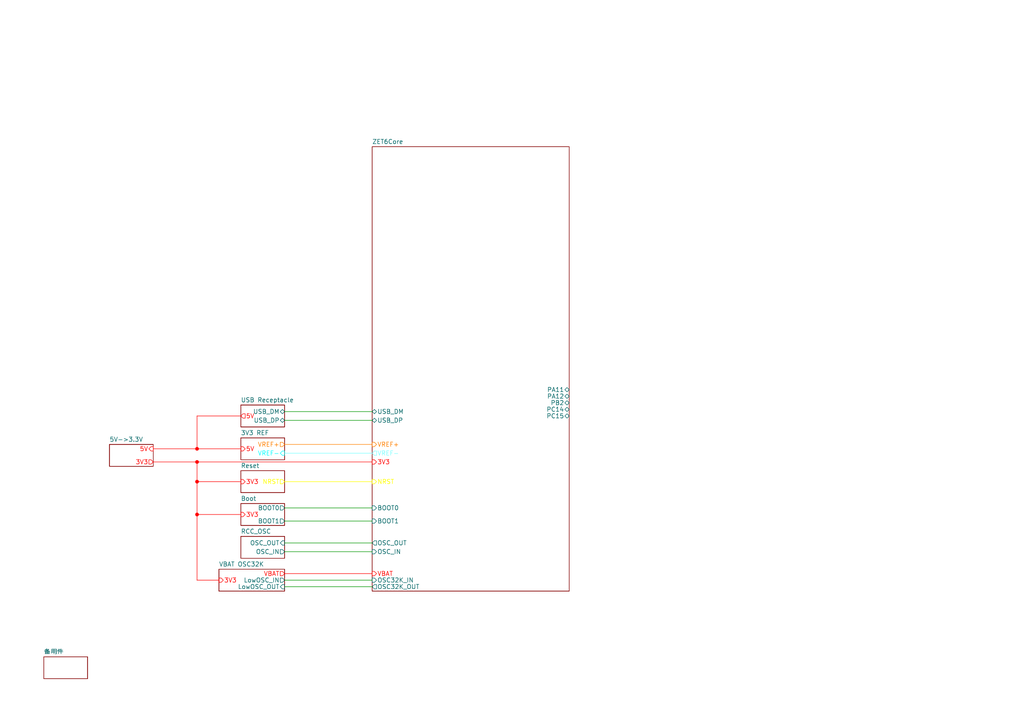
<source format=kicad_sch>
(kicad_sch
	(version 20231120)
	(generator "eeschema")
	(generator_version "8.0")
	(uuid "b8ab143a-3d78-4796-a72e-6fa25465e0c1")
	(paper "A4")
	(title_block
		(title "STM32F103ZET6 Core Board")
		(date "2024-10-26")
		(rev "0.0.1")
		(company "Designer: Ginsakura")
	)
	(lib_symbols)
	(junction
		(at 57.15 149.225)
		(diameter 0)
		(color 255 0 0 1)
		(uuid "31680a31-9d2f-438e-9cf5-60e59c8ef50d")
	)
	(junction
		(at 57.15 133.985)
		(diameter 0)
		(color 255 0 0 1)
		(uuid "4861f66a-a085-46e1-9d98-11d431c8030a")
	)
	(junction
		(at 57.15 139.7)
		(diameter 0)
		(color 255 0 0 1)
		(uuid "78074fa6-b31e-4102-bf3e-2f22172ad06d")
	)
	(junction
		(at 57.15 130.175)
		(diameter 0)
		(color 255 0 0 1)
		(uuid "b909f238-cca8-4bb6-94fe-8db35d34b14e")
	)
	(wire
		(pts
			(xy 57.15 120.65) (xy 69.85 120.65)
		)
		(stroke
			(width 0)
			(type default)
			(color 255 0 0 1)
		)
		(uuid "12e7d766-ae0e-405f-90a5-ffe351122912")
	)
	(wire
		(pts
			(xy 82.55 160.02) (xy 107.95 160.02)
		)
		(stroke
			(width 0)
			(type default)
		)
		(uuid "1c3ffaa1-146d-4d57-abb2-ba536e25ff40")
	)
	(wire
		(pts
			(xy 57.15 149.225) (xy 57.15 168.275)
		)
		(stroke
			(width 0)
			(type default)
			(color 255 0 0 1)
		)
		(uuid "32f69115-7f14-403d-9a54-87f603c075c1")
	)
	(wire
		(pts
			(xy 82.55 128.905) (xy 107.95 128.905)
		)
		(stroke
			(width 0)
			(type default)
			(color 255 127 0 1)
		)
		(uuid "4ec0ea4f-75a6-4610-b165-5223ae6659f7")
	)
	(wire
		(pts
			(xy 82.55 151.13) (xy 107.95 151.13)
		)
		(stroke
			(width 0)
			(type default)
		)
		(uuid "6286d26a-7d82-47a8-85cf-9cd3370f76e0")
	)
	(wire
		(pts
			(xy 82.55 157.48) (xy 107.95 157.48)
		)
		(stroke
			(width 0)
			(type default)
		)
		(uuid "63520110-a959-4e74-998d-8780442872cd")
	)
	(wire
		(pts
			(xy 57.15 168.275) (xy 63.5 168.275)
		)
		(stroke
			(width 0)
			(type default)
			(color 255 0 0 1)
		)
		(uuid "64a66684-fec2-4652-b832-3f87b57f449b")
	)
	(wire
		(pts
			(xy 57.15 133.985) (xy 107.95 133.985)
		)
		(stroke
			(width 0)
			(type default)
			(color 255 0 0 1)
		)
		(uuid "71ce85e9-28d3-4394-9553-966e83768a39")
	)
	(wire
		(pts
			(xy 82.55 147.32) (xy 107.95 147.32)
		)
		(stroke
			(width 0)
			(type default)
		)
		(uuid "7577b143-9725-44f0-bcbb-1491e25c276c")
	)
	(wire
		(pts
			(xy 82.55 166.37) (xy 107.95 166.37)
		)
		(stroke
			(width 0)
			(type default)
			(color 255 0 0 1)
		)
		(uuid "86062d1b-141f-4175-ae42-194bf0711060")
	)
	(wire
		(pts
			(xy 44.45 130.175) (xy 57.15 130.175)
		)
		(stroke
			(width 0)
			(type default)
			(color 255 0 0 1)
		)
		(uuid "867dca0b-94ea-4650-9397-713a22fb105c")
	)
	(wire
		(pts
			(xy 82.55 170.18) (xy 107.95 170.18)
		)
		(stroke
			(width 0)
			(type default)
		)
		(uuid "87e5037b-1e37-4d41-8c5d-68440bc16e6f")
	)
	(wire
		(pts
			(xy 57.15 139.7) (xy 69.85 139.7)
		)
		(stroke
			(width 0)
			(type default)
			(color 255 0 0 1)
		)
		(uuid "8b01f2c7-bb58-484f-9038-7c5d971046c8")
	)
	(wire
		(pts
			(xy 82.55 131.445) (xy 107.95 131.445)
		)
		(stroke
			(width 0)
			(type default)
			(color 127 255 255 1)
		)
		(uuid "8e0b713c-a4b3-4c9f-88a5-4c1521016497")
	)
	(wire
		(pts
			(xy 57.15 133.985) (xy 57.15 139.7)
		)
		(stroke
			(width 0)
			(type default)
			(color 255 0 0 1)
		)
		(uuid "917539ea-b5ad-4df1-b431-42db9691b86e")
	)
	(wire
		(pts
			(xy 82.55 119.38) (xy 107.95 119.38)
		)
		(stroke
			(width 0)
			(type default)
		)
		(uuid "96effe92-415e-4fed-8b3f-dbf145a84bd8")
	)
	(wire
		(pts
			(xy 57.15 120.65) (xy 57.15 130.175)
		)
		(stroke
			(width 0)
			(type default)
			(color 255 0 0 1)
		)
		(uuid "a5d64c73-9aa5-4ce3-b6cd-d81ad9964f7b")
	)
	(wire
		(pts
			(xy 57.15 149.225) (xy 69.85 149.225)
		)
		(stroke
			(width 0)
			(type default)
			(color 255 0 0 1)
		)
		(uuid "a9c266ef-4563-4942-a4c0-e5cb7c5dc1c5")
	)
	(wire
		(pts
			(xy 44.45 133.985) (xy 57.15 133.985)
		)
		(stroke
			(width 0)
			(type default)
			(color 255 0 0 1)
		)
		(uuid "bb8b1401-d587-4dfa-9efa-95de620f3c8e")
	)
	(wire
		(pts
			(xy 57.15 139.7) (xy 57.15 149.225)
		)
		(stroke
			(width 0)
			(type default)
			(color 255 0 0 1)
		)
		(uuid "c6195707-8321-4482-a5be-6ad1aea56341")
	)
	(wire
		(pts
			(xy 57.15 130.175) (xy 69.85 130.175)
		)
		(stroke
			(width 0)
			(type default)
			(color 255 0 0 1)
		)
		(uuid "c8537394-d197-49d1-b957-e1c10d9ba5ca")
	)
	(wire
		(pts
			(xy 82.55 168.275) (xy 107.95 168.275)
		)
		(stroke
			(width 0)
			(type default)
		)
		(uuid "cce25d6e-7f75-42cc-ad7f-2305e6834b36")
	)
	(wire
		(pts
			(xy 82.55 139.7) (xy 107.95 139.7)
		)
		(stroke
			(width 0)
			(type default)
			(color 255 255 0 1)
		)
		(uuid "d2eed5e8-622b-437d-b973-3b83da192103")
	)
	(wire
		(pts
			(xy 82.55 121.92) (xy 107.95 121.92)
		)
		(stroke
			(width 0)
			(type default)
		)
		(uuid "ea24fc19-67d8-4f6a-8561-3eab9170da13")
	)
	(sheet
		(at 69.85 146.05)
		(size 12.7 6.35)
		(fields_autoplaced yes)
		(stroke
			(width 0.1524)
			(type solid)
		)
		(fill
			(color 0 0 0 0.0000)
		)
		(uuid "1726d1a8-aad5-4c37-8c24-1f1215b7f90c")
		(property "Sheetname" "Boot"
			(at 69.85 145.3384 0)
			(effects
				(font
					(size 1.27 1.27)
				)
				(justify left bottom)
			)
		)
		(property "Sheetfile" "Schematic/Boot.kicad_sch"
			(at 69.85 152.9846 0)
			(effects
				(font
					(size 1.27 1.27)
				)
				(justify left top)
				(hide yes)
			)
		)
		(pin "BOOT1" output
			(at 82.55 151.13 0)
			(effects
				(font
					(size 1.27 1.27)
				)
				(justify right)
			)
			(uuid "e80b4283-f279-4857-82bd-dbe1e477c27c")
		)
		(pin "BOOT0" output
			(at 82.55 147.32 0)
			(effects
				(font
					(size 1.27 1.27)
				)
				(justify right)
			)
			(uuid "76918ead-233e-4b0f-8ceb-d9322cae6849")
		)
		(pin "3V3" input
			(at 69.85 149.225 180)
			(effects
				(font
					(size 1.27 1.27)
					(color 255 0 0 1)
				)
				(justify left)
			)
			(uuid "fc4a02fb-8bdb-41e9-b35b-c4a7548ea0e9")
		)
		(instances
			(project "STM32F103ZET6_Develop_Board"
				(path "/b8ab143a-3d78-4796-a72e-6fa25465e0c1"
					(page "3")
				)
			)
		)
	)
	(sheet
		(at 69.85 155.575)
		(size 12.7 6.35)
		(fields_autoplaced yes)
		(stroke
			(width 0.1524)
			(type solid)
		)
		(fill
			(color 0 0 0 0.0000)
		)
		(uuid "1d56b9b8-9a37-4d82-b43d-4aab1dbcd073")
		(property "Sheetname" "RCC_OSC"
			(at 69.85 154.8634 0)
			(effects
				(font
					(size 1.27 1.27)
				)
				(justify left bottom)
			)
		)
		(property "Sheetfile" "Schematic/RCC_OSC.kicad_sch"
			(at 69.85 162.5096 0)
			(effects
				(font
					(size 1.27 1.27)
				)
				(justify left top)
				(hide yes)
			)
		)
		(pin "OSC_IN" output
			(at 82.55 160.02 0)
			(effects
				(font
					(size 1.27 1.27)
				)
				(justify right)
			)
			(uuid "ce91597e-2fa6-4247-b47a-288ed0e29b44")
		)
		(pin "OSC_OUT" input
			(at 82.55 157.48 0)
			(effects
				(font
					(size 1.27 1.27)
				)
				(justify right)
			)
			(uuid "cbe6a83c-594f-4199-9007-a1d48edfdc7a")
		)
		(instances
			(project "STM32F103ZET6_Develop_Board"
				(path "/b8ab143a-3d78-4796-a72e-6fa25465e0c1"
					(page "4")
				)
			)
		)
	)
	(sheet
		(at 107.95 42.545)
		(size 57.15 128.905)
		(fields_autoplaced yes)
		(stroke
			(width 0.1524)
			(type solid)
		)
		(fill
			(color 0 0 0 0.0000)
		)
		(uuid "2051efbd-a350-423a-bb48-beb8ce61d39e")
		(property "Sheetname" "ZET6Core"
			(at 107.95 41.8334 0)
			(effects
				(font
					(size 1.27 1.27)
				)
				(justify left bottom)
			)
		)
		(property "Sheetfile" "Schematic/ZET6Core.kicad_sch"
			(at 107.95 172.0346 0)
			(effects
				(font
					(size 1.27 1.27)
				)
				(justify left top)
				(hide yes)
			)
		)
		(pin "BOOT0" input
			(at 107.95 147.32 180)
			(effects
				(font
					(size 1.27 1.27)
				)
				(justify left)
			)
			(uuid "b3a70ac6-649c-4449-bd97-90bc1671a6d6")
		)
		(pin "OSC_OUT" output
			(at 107.95 157.48 180)
			(effects
				(font
					(size 1.27 1.27)
				)
				(justify left)
			)
			(uuid "9bc1885b-d935-45ca-9538-4dd5c34675ad")
		)
		(pin "OSC_IN" input
			(at 107.95 160.02 180)
			(effects
				(font
					(size 1.27 1.27)
				)
				(justify left)
			)
			(uuid "88f2d448-e68b-4b1a-8e7b-707033a0e5c6")
		)
		(pin "BOOT1" input
			(at 107.95 151.13 180)
			(effects
				(font
					(size 1.27 1.27)
				)
				(justify left)
			)
			(uuid "5f5f1b50-c92a-4cb1-ae4f-751bff3ce817")
		)
		(pin "PB2" bidirectional
			(at 165.1 116.84 0)
			(effects
				(font
					(size 1.27 1.27)
				)
				(justify right)
			)
			(uuid "34cb4c05-9480-4349-a15e-d09301070ee6")
		)
		(pin "NRST" input
			(at 107.95 139.7 180)
			(effects
				(font
					(size 1.27 1.27)
					(color 255 255 0 1)
				)
				(justify left)
			)
			(uuid "3c959980-d97a-4ea0-aec3-e12de089f354")
		)
		(pin "PC15" bidirectional
			(at 165.1 120.65 0)
			(effects
				(font
					(size 1.27 1.27)
				)
				(justify right)
			)
			(uuid "c314246b-b2f4-4eac-8a10-21fc149cc84a")
		)
		(pin "OSC32K_OUT" output
			(at 107.95 170.18 180)
			(effects
				(font
					(size 1.27 1.27)
				)
				(justify left)
			)
			(uuid "6d3f6bbb-1f07-463b-9685-dff533f208d6")
		)
		(pin "PC14" bidirectional
			(at 165.1 118.745 0)
			(effects
				(font
					(size 1.27 1.27)
				)
				(justify right)
			)
			(uuid "fdf62512-f502-4b73-986a-40fefb874398")
		)
		(pin "OSC32K_IN" input
			(at 107.95 168.275 180)
			(effects
				(font
					(size 1.27 1.27)
				)
				(justify left)
			)
			(uuid "ab2109e3-ffc4-458d-afe4-140c2b34ff14")
		)
		(pin "VREF-" output
			(at 107.95 131.445 180)
			(effects
				(font
					(size 1.27 1.27)
					(color 127 255 255 1)
				)
				(justify left)
			)
			(uuid "f20fd86f-360c-4e70-b3df-7b3869ab041f")
		)
		(pin "VREF+" input
			(at 107.95 128.905 180)
			(effects
				(font
					(size 1.27 1.27)
					(color 255 127 0 1)
				)
				(justify left)
			)
			(uuid "8c0af433-8b0e-44e9-a613-32c7406a14ba")
		)
		(pin "VBAT" input
			(at 107.95 166.37 180)
			(effects
				(font
					(size 1.27 1.27)
					(color 255 4 0 1)
				)
				(justify left)
			)
			(uuid "12284937-a83a-49f0-a3f0-eb0d6835e64c")
		)
		(pin "3V3" input
			(at 107.95 133.985 180)
			(effects
				(font
					(size 1.27 1.27)
					(color 255 0 0 1)
				)
				(justify left)
			)
			(uuid "e63d6be0-db1d-4dd8-b5c4-534eced0d57d")
		)
		(pin "PA11" bidirectional
			(at 165.1 113.03 0)
			(effects
				(font
					(size 1.27 1.27)
				)
				(justify right)
			)
			(uuid "799cf680-4b02-471c-9b30-414687b91901")
		)
		(pin "PA12" bidirectional
			(at 165.1 114.935 0)
			(effects
				(font
					(size 1.27 1.27)
				)
				(justify right)
			)
			(uuid "a908071e-083d-431a-a4c4-c1baa73aa203")
		)
		(pin "USB_DM" bidirectional
			(at 107.95 119.38 180)
			(effects
				(font
					(size 1.27 1.27)
				)
				(justify left)
			)
			(uuid "c9f0c712-4fb5-4866-a0f2-7309c94735b1")
		)
		(pin "USB_DP" bidirectional
			(at 107.95 121.92 180)
			(effects
				(font
					(size 1.27 1.27)
				)
				(justify left)
			)
			(uuid "6be0c05d-ddcc-492b-b5e2-a02a01910c4b")
		)
		(instances
			(project "STM32F103ZET6_Develop_Board"
				(path "/b8ab143a-3d78-4796-a72e-6fa25465e0c1"
					(page "2")
				)
			)
		)
	)
	(sheet
		(at 31.75 128.905)
		(size 12.7 6.35)
		(fields_autoplaced yes)
		(stroke
			(width 0.1524)
			(type solid)
		)
		(fill
			(color 0 0 0 0.0000)
		)
		(uuid "418176fa-a2c9-42c8-a6cd-8344333caf4a")
		(property "Sheetname" "5V->3.3V"
			(at 31.75 128.1934 0)
			(effects
				(font
					(size 1.27 1.27)
				)
				(justify left bottom)
			)
		)
		(property "Sheetfile" "Schematic/5V_3.3V.kicad_sch"
			(at 31.75 135.8396 0)
			(effects
				(font
					(size 1.27 1.27)
				)
				(justify left top)
				(hide yes)
			)
		)
		(pin "3V3" output
			(at 44.45 133.985 0)
			(effects
				(font
					(size 1.27 1.27)
					(color 255 0 0 1)
				)
				(justify right)
			)
			(uuid "ceef8de6-fdc2-4907-9ade-ee1260367440")
		)
		(pin "5V" input
			(at 44.45 130.175 0)
			(effects
				(font
					(size 1.27 1.27)
					(color 255 0 0 1)
				)
				(justify right)
			)
			(uuid "41967207-67db-4ac4-8c19-4e84f76b4ec4")
		)
		(instances
			(project "STM32F103ZET6_Develop_Board"
				(path "/b8ab143a-3d78-4796-a72e-6fa25465e0c1"
					(page "8")
				)
			)
		)
	)
	(sheet
		(at 69.85 117.475)
		(size 12.7 6.35)
		(fields_autoplaced yes)
		(stroke
			(width 0.1524)
			(type solid)
		)
		(fill
			(color 0 0 0 0.0000)
		)
		(uuid "555fcd27-2aa0-4ba7-8c25-69347aa862a5")
		(property "Sheetname" "USB Receptacle"
			(at 69.85 116.7634 0)
			(effects
				(font
					(size 1.27 1.27)
				)
				(justify left bottom)
			)
		)
		(property "Sheetfile" "Schematic/USB_Receptacle.kicad_sch"
			(at 69.85 124.4096 0)
			(effects
				(font
					(size 1.27 1.27)
				)
				(justify left top)
				(hide yes)
			)
		)
		(pin "5V" output
			(at 69.85 120.65 180)
			(effects
				(font
					(size 1.27 1.27)
					(color 255 0 0 1)
				)
				(justify left)
			)
			(uuid "d80632f3-eba7-4836-a200-c3b43c659946")
		)
		(pin "USB_DP" bidirectional
			(at 82.55 121.92 0)
			(effects
				(font
					(size 1.27 1.27)
				)
				(justify right)
			)
			(uuid "f1118bdc-2696-429e-b2c0-ea47137cba88")
		)
		(pin "USB_DM" bidirectional
			(at 82.55 119.38 0)
			(effects
				(font
					(size 1.27 1.27)
				)
				(justify right)
			)
			(uuid "27557e79-58fb-4df4-9a2f-1c61274f9d56")
		)
		(instances
			(project "STM32F103ZET6_Develop_Board"
				(path "/b8ab143a-3d78-4796-a72e-6fa25465e0c1"
					(page "6")
				)
			)
		)
	)
	(sheet
		(at 69.85 127)
		(size 12.7 6.35)
		(fields_autoplaced yes)
		(stroke
			(width 0.1524)
			(type solid)
		)
		(fill
			(color 0 0 0 0.0000)
		)
		(uuid "59b196dd-39ef-4ad7-849a-6caa10ed70e4")
		(property "Sheetname" "3V3 REF"
			(at 69.85 126.2884 0)
			(effects
				(font
					(size 1.27 1.27)
				)
				(justify left bottom)
			)
		)
		(property "Sheetfile" "Schematic/3.3V_REF.kicad_sch"
			(at 69.85 133.9346 0)
			(effects
				(font
					(size 1.27 1.27)
				)
				(justify left top)
				(hide yes)
			)
		)
		(pin "5V" input
			(at 69.85 130.175 180)
			(effects
				(font
					(size 1.27 1.27)
					(color 255 0 0 1)
				)
				(justify left)
			)
			(uuid "a368e314-d121-424d-ab83-9ade389db639")
		)
		(pin "VREF-" input
			(at 82.55 131.445 0)
			(effects
				(font
					(size 1.27 1.27)
					(color 0 255 255 1)
				)
				(justify right)
			)
			(uuid "d82a4e58-2a75-4121-b652-0486c2ce1d16")
		)
		(pin "VREF+" output
			(at 82.55 128.905 0)
			(effects
				(font
					(size 1.27 1.27)
					(color 255 127 0 1)
				)
				(justify right)
			)
			(uuid "866e69e4-8529-48f4-b449-2abab358ccfb")
		)
		(instances
			(project "STM32F103ZET6_Develop_Board"
				(path "/b8ab143a-3d78-4796-a72e-6fa25465e0c1"
					(page "9")
				)
			)
		)
	)
	(sheet
		(at 69.85 136.525)
		(size 12.7 6.35)
		(stroke
			(width 0.1524)
			(type solid)
		)
		(fill
			(color 0 0 0 0.0000)
		)
		(uuid "f1e35586-010f-4f70-86fd-824d665e5c78")
		(property "Sheetname" "Reset"
			(at 69.85 135.8134 0)
			(effects
				(font
					(size 1.27 1.27)
				)
				(justify left bottom)
			)
		)
		(property "Sheetfile" "Schematic/Reset.kicad_sch"
			(at 69.85 143.51 0)
			(effects
				(font
					(size 1.27 1.27)
				)
				(justify left top)
				(hide yes)
			)
		)
		(pin "NRST" output
			(at 82.55 139.7 0)
			(effects
				(font
					(size 1.27 1.27)
					(color 255 255 0 1)
				)
				(justify right)
			)
			(uuid "145b5d42-6134-443b-9827-e8a5a44c9f7c")
		)
		(pin "3V3" input
			(at 69.85 139.7 180)
			(effects
				(font
					(size 1.27 1.27)
					(color 255 0 0 1)
				)
				(justify left)
			)
			(uuid "494748c8-ea36-4a25-a7e3-e574b9776b6c")
		)
		(instances
			(project "STM32F103ZET6_Develop_Board"
				(path "/b8ab143a-3d78-4796-a72e-6fa25465e0c1"
					(page "5")
				)
			)
		)
	)
	(sheet
		(at 12.7 190.5)
		(size 12.7 6.35)
		(fields_autoplaced yes)
		(stroke
			(width 0.1524)
			(type solid)
		)
		(fill
			(color 0 0 0 0.0000)
		)
		(uuid "f5953daa-8a60-47e1-988a-02be5e296149")
		(property "Sheetname" "备用件"
			(at 12.7 189.7884 0)
			(effects
				(font
					(size 1.27 1.27)
				)
				(justify left bottom)
			)
		)
		(property "Sheetfile" "Schematic/Backup.kicad_sch"
			(at 12.7 197.4346 0)
			(effects
				(font
					(size 1.27 1.27)
				)
				(justify left top)
				(hide yes)
			)
		)
		(instances
			(project "STM32F103ZET6_Develop_Board"
				(path "/b8ab143a-3d78-4796-a72e-6fa25465e0c1"
					(page "10")
				)
			)
		)
	)
	(sheet
		(at 63.5 165.1)
		(size 19.05 6.35)
		(fields_autoplaced yes)
		(stroke
			(width 0.1524)
			(type solid)
		)
		(fill
			(color 0 0 0 0.0000)
		)
		(uuid "f628e0c2-fe3f-47e0-827e-03197ba35cee")
		(property "Sheetname" "VBAT OSC32K"
			(at 63.5 164.3884 0)
			(effects
				(font
					(size 1.27 1.27)
				)
				(justify left bottom)
			)
		)
		(property "Sheetfile" "Schematic/VBAT_OSC32K.kicad_sch"
			(at 63.5 172.0346 0)
			(effects
				(font
					(size 1.27 1.27)
				)
				(justify left top)
				(hide yes)
			)
		)
		(pin "LowOSC_IN" output
			(at 82.55 168.275 0)
			(effects
				(font
					(size 1.27 1.27)
				)
				(justify right)
			)
			(uuid "b0cf75fe-25a8-4e66-a1a7-86142904866d")
		)
		(pin "LowOSC_OUT" input
			(at 82.55 170.18 0)
			(effects
				(font
					(size 1.27 1.27)
				)
				(justify right)
			)
			(uuid "869a96fe-c6e9-4482-bd4f-93ae55f8db73")
		)
		(pin "VBAT" output
			(at 82.55 166.37 0)
			(effects
				(font
					(size 1.27 1.27)
					(color 255 4 0 1)
				)
				(justify right)
			)
			(uuid "9b38c291-597c-4a08-b62b-4ede65187567")
		)
		(pin "3V3" input
			(at 63.5 168.275 180)
			(effects
				(font
					(size 1.27 1.27)
					(color 255 0 0 1)
				)
				(justify left)
			)
			(uuid "88413376-f616-4b94-a479-c3238910dd89")
		)
		(instances
			(project "STM32F103ZET6_Develop_Board"
				(path "/b8ab143a-3d78-4796-a72e-6fa25465e0c1"
					(page "7")
				)
			)
		)
	)
	(sheet_instances
		(path "/"
			(page "1")
		)
	)
)

</source>
